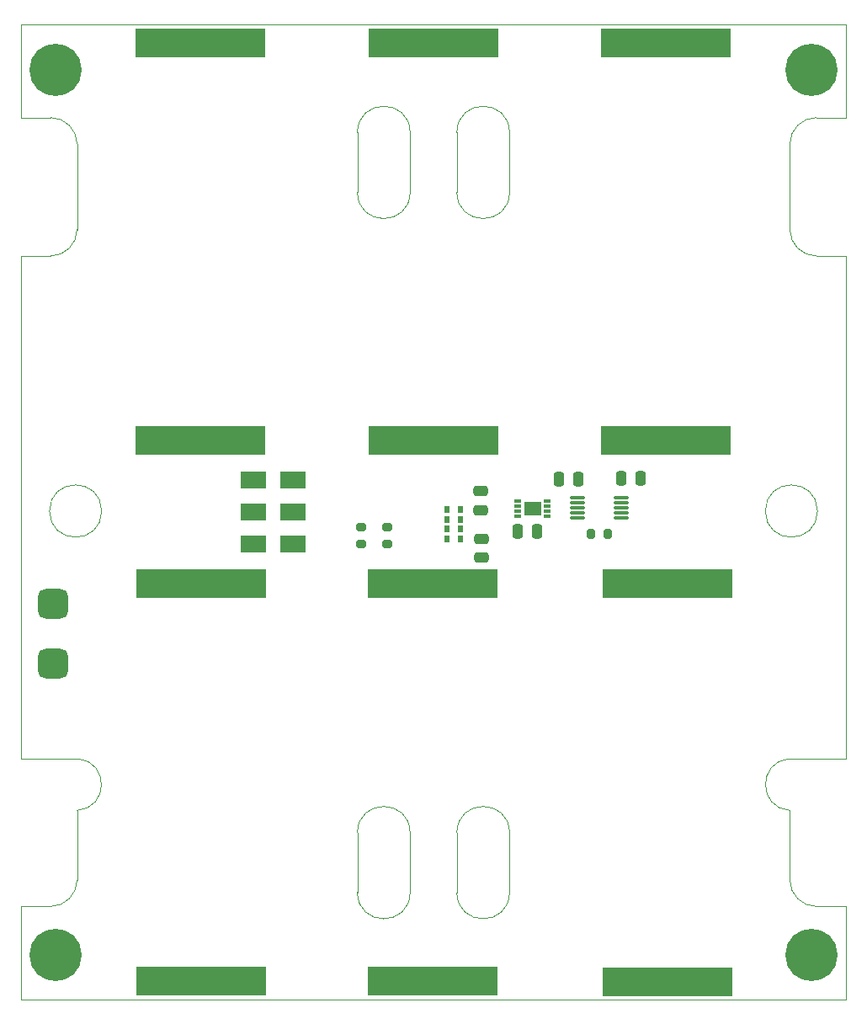
<source format=gbr>
%TF.GenerationSoftware,KiCad,Pcbnew,(6.0.9)*%
%TF.CreationDate,2023-01-30T20:43:42-08:00*%
%TF.ProjectId,solar-panel-NoCutout,736f6c61-722d-4706-916e-656c2d4e6f43,2.0*%
%TF.SameCoordinates,Original*%
%TF.FileFunction,Soldermask,Top*%
%TF.FilePolarity,Negative*%
%FSLAX46Y46*%
G04 Gerber Fmt 4.6, Leading zero omitted, Abs format (unit mm)*
G04 Created by KiCad (PCBNEW (6.0.9)) date 2023-01-30 20:43:42*
%MOMM*%
%LPD*%
G01*
G04 APERTURE LIST*
G04 Aperture macros list*
%AMRoundRect*
0 Rectangle with rounded corners*
0 $1 Rounding radius*
0 $2 $3 $4 $5 $6 $7 $8 $9 X,Y pos of 4 corners*
0 Add a 4 corners polygon primitive as box body*
4,1,4,$2,$3,$4,$5,$6,$7,$8,$9,$2,$3,0*
0 Add four circle primitives for the rounded corners*
1,1,$1+$1,$2,$3*
1,1,$1+$1,$4,$5*
1,1,$1+$1,$6,$7*
1,1,$1+$1,$8,$9*
0 Add four rect primitives between the rounded corners*
20,1,$1+$1,$2,$3,$4,$5,0*
20,1,$1+$1,$4,$5,$6,$7,0*
20,1,$1+$1,$6,$7,$8,$9,0*
20,1,$1+$1,$8,$9,$2,$3,0*%
G04 Aperture macros list end*
%TA.AperFunction,Profile*%
%ADD10C,0.050000*%
%TD*%
%ADD11C,5.250000*%
%ADD12R,0.750000X0.300000*%
%ADD13R,1.750000X1.450000*%
%ADD14R,13.000000X3.000000*%
%ADD15RoundRect,0.750000X0.750000X-0.750000X0.750000X0.750000X-0.750000X0.750000X-0.750000X-0.750000X0*%
%ADD16R,2.500000X1.700000*%
%ADD17RoundRect,0.250000X-0.475000X0.250000X-0.475000X-0.250000X0.475000X-0.250000X0.475000X0.250000X0*%
%ADD18RoundRect,0.250000X-0.250000X-0.475000X0.250000X-0.475000X0.250000X0.475000X-0.250000X0.475000X0*%
%ADD19RoundRect,0.250000X0.250000X0.475000X-0.250000X0.475000X-0.250000X-0.475000X0.250000X-0.475000X0*%
%ADD20R,0.600000X0.720000*%
%ADD21RoundRect,0.200000X0.275000X-0.200000X0.275000X0.200000X-0.275000X0.200000X-0.275000X-0.200000X0*%
%ADD22RoundRect,0.200000X0.200000X0.275000X-0.200000X0.275000X-0.200000X-0.275000X0.200000X-0.275000X0*%
%ADD23RoundRect,0.200000X-0.275000X0.200000X-0.275000X-0.200000X0.275000X-0.200000X0.275000X0.200000X0*%
%ADD24RoundRect,0.075000X-0.650000X-0.075000X0.650000X-0.075000X0.650000X0.075000X-0.650000X0.075000X0*%
G04 APERTURE END LIST*
D10*
X136850000Y-153000000D02*
X136850000Y-147000000D01*
X142150000Y-153000000D02*
X142150000Y-147000000D01*
X146850000Y-147000000D02*
X146850000Y-153000000D01*
X152150000Y-153000000D02*
X152150000Y-147000000D01*
X142150000Y-76600000D02*
X142150000Y-82600000D01*
X136850000Y-76600000D02*
X136850000Y-82600000D01*
X146850000Y-76600000D02*
X146850000Y-82600000D01*
X152150000Y-76600000D02*
X152150000Y-82600000D01*
X186000000Y-65750000D02*
X103000000Y-65750000D01*
X183125000Y-114650000D02*
G75*
G03*
X183125000Y-114650000I-2625000J0D01*
G01*
X108744606Y-139557190D02*
X103000000Y-139557190D01*
X180249992Y-139557104D02*
G75*
G03*
X180350001Y-144749999I250008J-2592596D01*
G01*
X186000000Y-163750000D02*
X186000000Y-156450000D01*
X186000000Y-73100000D02*
X186000000Y-65750000D01*
X106000000Y-75100000D02*
X103000000Y-75100000D01*
X108650000Y-77750000D02*
G75*
G03*
X106000000Y-75100000I-2650000J0D01*
G01*
X106000000Y-89000000D02*
G75*
G03*
X108650000Y-86350000I0J2650000D01*
G01*
X106000000Y-89000000D02*
X103000000Y-89000000D01*
X108650000Y-77750000D02*
X108650000Y-86350000D01*
X183000000Y-75100000D02*
G75*
G03*
X180350000Y-77750000I0J-2650000D01*
G01*
X180350000Y-86350000D02*
G75*
G03*
X183000000Y-89000000I2650000J0D01*
G01*
X183000000Y-75100000D02*
X186000000Y-75100000D01*
X180350000Y-77750000D02*
X180350000Y-86350000D01*
X183000000Y-89000000D02*
X186000000Y-89000000D01*
X103000000Y-65750000D02*
X103000000Y-75100000D01*
X103000000Y-89000000D02*
X103000000Y-139557190D01*
X103000000Y-154400000D02*
X103000000Y-163750000D01*
X186000000Y-156450000D02*
X186000000Y-154400000D01*
X186000000Y-75100000D02*
X186000000Y-73100000D01*
X185994606Y-139557190D02*
X180250000Y-139557190D01*
X136850000Y-82600000D02*
G75*
G03*
X142150000Y-82600000I2650000J0D01*
G01*
X108649999Y-144750000D02*
G75*
G03*
X108744606Y-139557190I-149999J2600000D01*
G01*
X108650000Y-151750000D02*
X108650000Y-144750000D01*
X152150000Y-76600000D02*
G75*
G03*
X146850000Y-76600000I-2650000J0D01*
G01*
X142150000Y-76600000D02*
G75*
G03*
X136850000Y-76600000I-2650000J0D01*
G01*
X103000000Y-163750000D02*
X186000000Y-163750000D01*
X142150000Y-147000000D02*
G75*
G03*
X136850000Y-147000000I-2650000J0D01*
G01*
X180350000Y-151750000D02*
X180350000Y-144750000D01*
X106000000Y-154400000D02*
X103000000Y-154400000D01*
X136850000Y-153000000D02*
G75*
G03*
X142150000Y-153000000I2650000J0D01*
G01*
X152150000Y-147000000D02*
G75*
G03*
X146850000Y-147000000I-2650000J0D01*
G01*
X106000000Y-154400000D02*
G75*
G03*
X108650000Y-151750000I0J2650000D01*
G01*
X180350000Y-151750000D02*
G75*
G03*
X183000000Y-154400000I2650000J0D01*
G01*
X146850000Y-153000000D02*
G75*
G03*
X152150000Y-153000000I2650000J0D01*
G01*
X183000000Y-154400000D02*
X186000000Y-154400000D01*
X186000000Y-89000000D02*
X185994606Y-139557190D01*
X146850000Y-82600000D02*
G75*
G03*
X152150000Y-82600000I2650000J0D01*
G01*
X111125000Y-114650000D02*
G75*
G03*
X111125000Y-114650000I-2625000J0D01*
G01*
D11*
%TO.C,J2*%
X106500000Y-70300000D03*
%TD*%
%TO.C,J3*%
X106500000Y-159300000D03*
%TD*%
%TO.C,J4*%
X182500000Y-70300000D03*
%TD*%
%TO.C,J5*%
X182500000Y-159300000D03*
%TD*%
D12*
%TO.C,U2*%
X155900000Y-115170000D03*
X155900000Y-114670000D03*
X155900000Y-114170000D03*
X155900000Y-113670000D03*
X153000000Y-113670000D03*
X153000000Y-114170000D03*
X153000000Y-114670000D03*
X153000000Y-115170000D03*
D13*
X154450000Y-114420000D03*
%TD*%
D14*
%TO.C,SC5*%
X167860000Y-67570000D03*
X167860000Y-107570000D03*
%TD*%
D15*
%TO.C,TP1*%
X106230000Y-123950000D03*
%TD*%
D16*
%TO.C,D3*%
X126400000Y-118000000D03*
X130400000Y-118000000D03*
%TD*%
D17*
%TO.C,C4*%
X149280000Y-112660000D03*
X149280000Y-114560000D03*
%TD*%
D15*
%TO.C,TP2*%
X106220000Y-130030000D03*
%TD*%
D16*
%TO.C,D1*%
X126360000Y-111540000D03*
X130360000Y-111540000D03*
%TD*%
D17*
%TO.C,C1*%
X149300000Y-117440000D03*
X149300000Y-119340000D03*
%TD*%
D14*
%TO.C,SC3*%
X144490000Y-67570000D03*
X144490000Y-107570000D03*
%TD*%
%TO.C,SC4*%
X144450000Y-121940000D03*
X144450000Y-161940000D03*
%TD*%
%TO.C,SC2*%
X121120000Y-121920000D03*
X121120000Y-161920000D03*
%TD*%
D16*
%TO.C,D2*%
X126360000Y-114750000D03*
X130360000Y-114750000D03*
%TD*%
D14*
%TO.C,SC6*%
X168000000Y-121970000D03*
X168000000Y-161970000D03*
%TD*%
D18*
%TO.C,C2*%
X153010000Y-116690000D03*
X154910000Y-116690000D03*
%TD*%
D19*
%TO.C,C5*%
X159050000Y-111450000D03*
X157150000Y-111450000D03*
%TD*%
D20*
%TO.C,U1*%
X145845000Y-117445000D03*
X145845000Y-116475000D03*
X145845000Y-115505000D03*
X145845000Y-114535000D03*
X147245000Y-114535000D03*
X147245000Y-115505000D03*
X147245000Y-116475000D03*
X147245000Y-117445000D03*
%TD*%
D21*
%TO.C,R2*%
X139870000Y-117940000D03*
X139870000Y-116290000D03*
%TD*%
D22*
%TO.C,R3*%
X161990000Y-116970000D03*
X160340000Y-116970000D03*
%TD*%
D23*
%TO.C,R1*%
X137250000Y-116290000D03*
X137250000Y-117940000D03*
%TD*%
D18*
%TO.C,C3*%
X163410000Y-111380000D03*
X165310000Y-111380000D03*
%TD*%
D14*
%TO.C,SC1*%
X121090000Y-67570000D03*
X121090000Y-107570000D03*
%TD*%
D24*
%TO.C,U3*%
X158980000Y-113350000D03*
X158980000Y-113850000D03*
X158980000Y-114350000D03*
X158980000Y-114850000D03*
X158980000Y-115350000D03*
X163380000Y-115350000D03*
X163380000Y-114850000D03*
X163380000Y-114350000D03*
X163380000Y-113850000D03*
X163380000Y-113350000D03*
%TD*%
M02*

</source>
